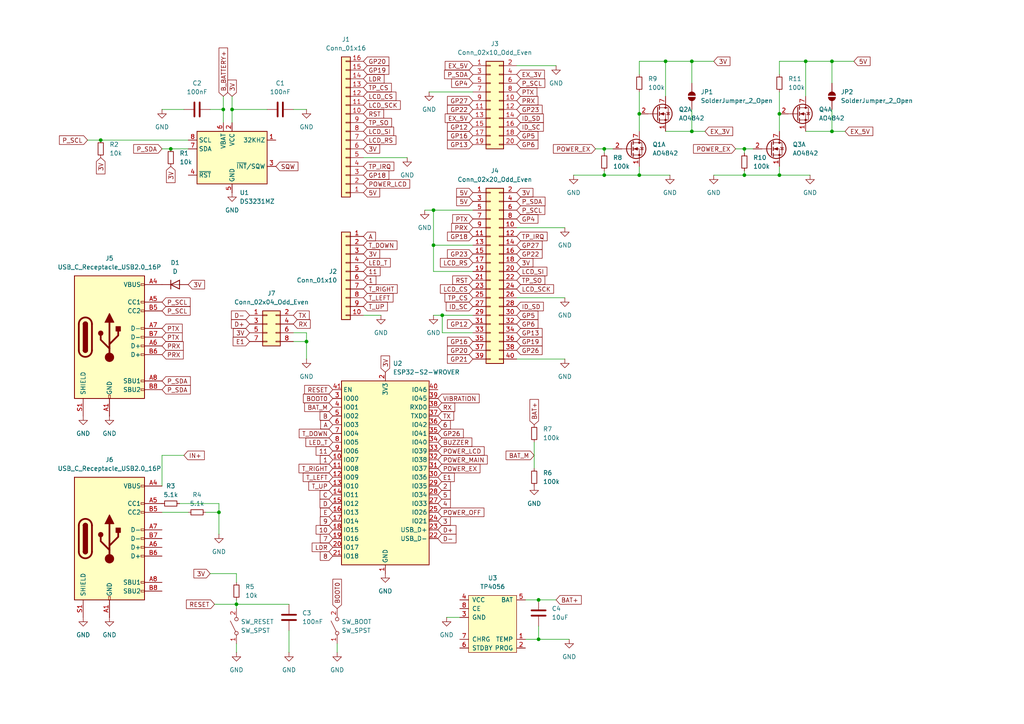
<source format=kicad_sch>
(kicad_sch (version 20231120) (generator "eeschema") (generator_version "8.0")
  (paper "A4")
  (junction (at 453.39 74.93))
  (junction (at 466.09 74.93))
  (junction (at 389.89 60.96))
  (junction (at 88.9 99.06))
  (junction (at 351.79 46.99))
  (junction (at 351.79 60.96))
  (junction (at 156.21 185.42))
  (junction (at 226.06 50.8))
  (junction (at 200.66 17.78))
  (junction (at 63.5 148.59))
  (junction (at 402.59 33.02))
  (junction (at 402.59 17.78))
  (junction (at 427.99 33.02))
  (junction (at 351.79 74.93))
  (junction (at 377.19 33.02))
  (junction (at 389.89 46.99))
  (junction (at 466.09 46.99))
  (junction (at 377.19 60.96))
  (junction (at 427.99 17.78))
  (junction (at 241.3 17.78))
  (junction (at 241.3 38.1))
  (junction (at 402.59 74.93))
  (junction (at 415.29 33.02))
  (junction (at 402.59 46.99))
  (junction (at 364.49 74.93))
  (junction (at 440.69 74.93))
  (junction (at 67.31 31.75))
  (junction (at 185.42 33.02))
  (junction (at 415.29 17.78))
  (junction (at 427.99 46.99))
  (junction (at 415.29 46.99))
  (junction (at 351.79 33.02))
  (junction (at 125.73 60.96))
  (junction (at 415.29 60.96))
  (junction (at 185.42 50.8))
  (junction (at 64.77 31.75))
  (junction (at 200.66 38.1))
  (junction (at 415.29 74.93))
  (junction (at 49.53 43.18))
  (junction (at 402.59 60.96))
  (junction (at 440.69 60.96))
  (junction (at 440.69 46.99))
  (junction (at 156.21 173.99))
  (junction (at 364.49 46.99))
  (junction (at 215.9 43.18))
  (junction (at 466.09 60.96))
  (junction (at 233.68 17.78))
  (junction (at 364.49 33.02))
  (junction (at 193.04 17.78))
  (junction (at 389.89 17.78))
  (junction (at 453.39 17.78))
  (junction (at 453.39 46.99))
  (junction (at 466.09 33.02))
  (junction (at 453.39 33.02))
  (junction (at 125.73 71.12))
  (junction (at 226.06 33.02))
  (junction (at 453.39 60.96))
  (junction (at 128.27 91.44))
  (junction (at 175.26 50.8))
  (junction (at 377.19 46.99))
  (junction (at 389.89 33.02))
  (junction (at 440.69 17.78))
  (junction (at 377.19 74.93))
  (junction (at 364.49 60.96))
  (junction (at 389.89 74.93))
  (junction (at 175.26 43.18))
  (junction (at 215.9 50.8))
  (junction (at 29.21 40.64))
  (junction (at 364.49 17.78))
  (junction (at 68.58 175.26))
  (junction (at 440.69 33.02))
  (junction (at 427.99 60.96))
  (junction (at 427.99 74.93))
  (junction (at 377.19 17.78))
  (wire (pts (xy 46.99 148.59) (xy 54.61 148.59)))
  (wire (pts (xy 156.21 173.99) (xy 161.29 173.99)))
  (wire (pts (xy 241.3 31.75) (xy 241.3 38.1)))
  (wire (pts (xy 226.06 26.67) (xy 226.06 33.02)))
  (wire (pts (xy 377.19 33.02) (xy 389.89 33.02)))
  (wire (pts (xy 200.66 17.78) (xy 200.66 24.13)))
  (wire (pts (xy 389.89 17.78) (xy 402.59 17.78)))
  (wire (pts (xy 215.9 43.18) (xy 218.44 43.18)))
  (wire (pts (xy 226.06 50.8) (xy 234.95 50.8)))
  (wire (pts (xy 60.96 31.75) (xy 64.77 31.75)))
  (wire (pts (xy 364.49 60.96) (xy 377.19 60.96)))
  (wire (pts (xy 453.39 60.96) (xy 466.09 60.96)))
  (wire (pts (xy 351.79 46.99) (xy 364.49 46.99)))
  (wire (pts (xy 377.19 17.78) (xy 389.89 17.78)))
  (wire (pts (xy 459.74 6.35) (xy 459.74 85.09)))
  (wire (pts (xy 415.29 46.99) (xy 427.99 46.99)))
  (wire (pts (xy 85.09 96.52) (xy 88.9 96.52)))
  (wire (pts (xy 85.09 99.06) (xy 88.9 99.06)))
  (wire (pts (xy 175.26 43.18) (xy 175.26 44.45)))
  (wire (pts (xy 215.9 49.53) (xy 215.9 50.8)))
  (wire (pts (xy 97.79 186.69) (xy 97.79 189.23)))
  (wire (pts (xy 440.69 46.99) (xy 453.39 46.99)))
  (wire (pts (xy 226.06 17.78) (xy 233.68 17.78)))
  (wire (pts (xy 200.66 17.78) (xy 207.01 17.78)))
  (wire (pts (xy 149.86 66.04) (xy 163.83 66.04)))
  (wire (pts (xy 427.99 60.96) (xy 440.69 60.96)))
  (wire (pts (xy 105.41 91.44) (xy 110.49 91.44)))
  (wire (pts (xy 49.53 43.18) (xy 54.61 43.18)))
  (wire (pts (xy 339.09 60.96) (xy 351.79 60.96)))
  (wire (pts (xy 233.68 17.78) (xy 233.68 27.94)))
  (wire (pts (xy 339.09 74.93) (xy 351.79 74.93)))
  (wire (pts (xy 60.96 166.37) (xy 68.58 166.37)))
  (wire (pts (xy 402.59 85.09) (xy 408.94 85.09)))
  (wire (pts (xy 402.59 60.96) (xy 415.29 60.96)))
  (wire (pts (xy 68.58 186.69) (xy 68.58 189.23)))
  (wire (pts (xy 408.94 6.35) (xy 408.94 85.09)))
  (wire (pts (xy 364.49 85.09) (xy 370.84 85.09)))
  (wire (pts (xy 185.42 26.67) (xy 185.42 33.02)))
  (wire (pts (xy 466.09 46.99) (xy 492.76 46.99)))
  (wire (pts (xy 172.72 43.18) (xy 175.26 43.18)))
  (wire (pts (xy 62.23 175.26) (xy 68.58 175.26)))
  (wire (pts (xy 427.99 33.02) (xy 440.69 33.02)))
  (wire (pts (xy 466.09 33.02) (xy 492.76 33.02)))
  (wire (pts (xy 472.44 6.35) (xy 472.44 85.09)))
  (wire (pts (xy 124.46 26.67) (xy 137.16 26.67)))
  (wire (pts (xy 466.09 74.93) (xy 492.76 74.93)))
  (wire (pts (xy 175.26 50.8) (xy 185.42 50.8)))
  (wire (pts (xy 440.69 74.93) (xy 453.39 74.93)))
  (wire (pts (xy 185.42 50.8) (xy 194.31 50.8)))
  (wire (pts (xy 453.39 17.78) (xy 492.76 17.78)))
  (wire (pts (xy 402.59 74.93) (xy 415.29 74.93)))
  (wire (pts (xy 125.73 71.12) (xy 125.73 60.96)))
  (wire (pts (xy 453.39 33.02) (xy 466.09 33.02)))
  (wire (pts (xy 351.79 17.78) (xy 364.49 17.78)))
  (wire (pts (xy 175.26 43.18) (xy 177.8 43.18)))
  (wire (pts (xy 185.42 33.02) (xy 185.42 38.1)))
  (wire (pts (xy 64.77 27.94) (xy 64.77 31.75)))
  (wire (pts (xy 53.34 132.08) (xy 46.99 132.08)))
  (wire (pts (xy 339.09 46.99) (xy 351.79 46.99)))
  (wire (pts (xy 193.04 17.78) (xy 200.66 17.78)))
  (wire (pts (xy 389.89 74.93) (xy 402.59 74.93)))
  (wire (pts (xy 345.44 6.35) (xy 345.44 85.09)))
  (wire (pts (xy 67.31 31.75) (xy 67.31 35.56)))
  (wire (pts (xy 377.19 46.99) (xy 389.89 46.99)))
  (wire (pts (xy 85.09 31.75) (xy 88.9 31.75)))
  (wire (pts (xy 453.39 85.09) (xy 459.74 85.09)))
  (wire (pts (xy 339.09 85.09) (xy 345.44 85.09)))
  (wire (pts (xy 466.09 60.96) (xy 492.76 60.96)))
  (wire (pts (xy 427.99 17.78) (xy 440.69 17.78)))
  (wire (pts (xy 149.86 86.36) (xy 163.83 86.36)))
  (wire (pts (xy 185.42 50.8) (xy 185.42 48.26)))
  (wire (pts (xy 88.9 99.06) (xy 88.9 104.14)))
  (wire (pts (xy 149.86 104.14) (xy 163.83 104.14)))
  (wire (pts (xy 377.19 60.96) (xy 389.89 60.96)))
  (wire (pts (xy 52.07 146.05) (xy 63.5 146.05)))
  (wire (pts (xy 68.58 175.26) (xy 68.58 176.53)))
  (wire (pts (xy 421.64 6.35) (xy 421.64 85.09)))
  (wire (pts (xy 447.04 6.35) (xy 447.04 85.09)))
  (wire (pts (xy 154.94 128.27) (xy 154.94 135.89)))
  (wire (pts (xy 125.73 91.44) (xy 128.27 91.44)))
  (wire (pts (xy 440.69 33.02) (xy 453.39 33.02)))
  (wire (pts (xy 185.42 17.78) (xy 193.04 17.78)))
  (wire (pts (xy 241.3 38.1) (xy 245.11 38.1)))
  (wire (pts (xy 185.42 21.59) (xy 185.42 17.78)))
  (wire (pts (xy 149.86 19.05) (xy 161.29 19.05)))
  (wire (pts (xy 351.79 85.09) (xy 356.87 85.09)))
  (wire (pts (xy 351.79 33.02) (xy 364.49 33.02)))
  (wire (pts (xy 68.58 173.99) (xy 68.58 175.26)))
  (wire (pts (xy 29.21 40.64) (xy 54.61 40.64)))
  (wire (pts (xy 440.69 60.96) (xy 453.39 60.96)))
  (wire (pts (xy 241.3 17.78) (xy 241.3 24.13)))
  (wire (pts (xy 434.34 6.35) (xy 434.34 85.09)))
  (wire (pts (xy 67.31 27.94) (xy 67.31 31.75)))
  (wire (pts (xy 226.06 33.02) (xy 226.06 38.1)))
  (wire (pts (xy 339.09 33.02) (xy 351.79 33.02)))
  (wire (pts (xy 466.09 85.09) (xy 472.44 85.09)))
  (wire (pts (xy 415.29 85.09) (xy 421.64 85.09)))
  (wire (pts (xy 415.29 74.93) (xy 427.99 74.93)))
  (wire (pts (xy 364.49 17.78) (xy 377.19 17.78)))
  (wire (pts (xy 46.99 31.75) (xy 53.34 31.75)))
  (wire (pts (xy 152.4 173.99) (xy 156.21 173.99)))
  (wire (pts (xy 200.66 31.75) (xy 200.66 38.1)))
  (wire (pts (xy 377.19 74.93) (xy 389.89 74.93)))
  (wire (pts (xy 63.5 146.05) (xy 63.5 148.59)))
  (wire (pts (xy 351.79 60.96) (xy 364.49 60.96)))
  (wire (pts (xy 156.21 181.61) (xy 156.21 185.42)))
  (wire (pts (xy 175.26 49.53) (xy 175.26 50.8)))
  (wire (pts (xy 364.49 74.93) (xy 377.19 74.93)))
  (wire (pts (xy 156.21 185.42) (xy 165.1 185.42)))
  (wire (pts (xy 415.29 17.78) (xy 427.99 17.78)))
  (wire (pts (xy 128.27 91.44) (xy 137.16 91.44)))
  (wire (pts (xy 128.27 96.52) (xy 128.27 91.44)))
  (wire (pts (xy 125.73 60.96) (xy 137.16 60.96)))
  (wire (pts (xy 137.16 78.74) (xy 125.73 78.74)))
  (wire (pts (xy 356.87 6.35) (xy 356.87 85.09)))
  (wire (pts (xy 152.4 185.42) (xy 156.21 185.42)))
  (wire (pts (xy 415.29 33.02) (xy 427.99 33.02)))
  (wire (pts (xy 453.39 46.99) (xy 466.09 46.99)))
  (wire (pts (xy 123.19 60.96) (xy 125.73 60.96)))
  (wire (pts (xy 129.54 179.07) (xy 133.35 179.07)))
  (wire (pts (xy 383.54 6.35) (xy 383.54 85.09)))
  (wire (pts (xy 88.9 96.52) (xy 88.9 99.06)))
  (wire (pts (xy 215.9 50.8) (xy 226.06 50.8)))
  (wire (pts (xy 137.16 71.12) (xy 125.73 71.12)))
  (wire (pts (xy 46.99 43.18) (xy 49.53 43.18)))
  (wire (pts (xy 207.01 50.8) (xy 215.9 50.8)))
  (wire (pts (xy 105.41 45.72) (xy 118.11 45.72)))
  (wire (pts (xy 389.89 60.96) (xy 402.59 60.96)))
  (wire (pts (xy 213.36 43.18) (xy 215.9 43.18)))
  (wire (pts (xy 402.59 17.78) (xy 415.29 17.78)))
  (wire (pts (xy 226.06 50.8) (xy 226.06 48.26)))
  (wire (pts (xy 226.06 21.59) (xy 226.06 17.78)))
  (wire (pts (xy 46.99 132.08) (xy 46.99 140.97)))
  (wire (pts (xy 389.89 46.99) (xy 402.59 46.99)))
  (wire (pts (xy 68.58 166.37) (xy 68.58 168.91)))
  (wire (pts (xy 370.84 6.35) (xy 370.84 85.09)))
  (wire (pts (xy 364.49 33.02) (xy 377.19 33.02)))
  (wire (pts (xy 377.19 85.09) (xy 383.54 85.09)))
  (wire (pts (xy 137.16 96.52) (xy 128.27 96.52)))
  (wire (pts (xy 193.04 38.1) (xy 200.66 38.1)))
  (wire (pts (xy 215.9 43.18) (xy 215.9 44.45)))
  (wire (pts (xy 364.49 46.99) (xy 377.19 46.99)))
  (wire (pts (xy 64.77 31.75) (xy 64.77 35.56)))
  (wire (pts (xy 83.82 182.88) (xy 83.82 189.23)))
  (wire (pts (xy 402.59 46.99) (xy 415.29 46.99)))
  (wire (pts (xy 351.79 74.93) (xy 364.49 74.93)))
  (wire (pts (xy 396.24 6.35) (xy 396.24 85.09)))
  (wire (pts (xy 415.29 60.96) (xy 427.99 60.96)))
  (wire (pts (xy 233.68 38.1) (xy 241.3 38.1)))
  (wire (pts (xy 193.04 17.78) (xy 193.04 27.94)))
  (wire (pts (xy 241.3 17.78) (xy 247.65 17.78)))
  (wire (pts (xy 389.89 33.02) (xy 402.59 33.02)))
  (wire (pts (xy 67.31 31.75) (xy 77.47 31.75)))
  (wire (pts (xy 402.59 33.02) (xy 415.29 33.02)))
  (wire (pts (xy 427.99 85.09) (xy 434.34 85.09)))
  (wire (pts (xy 440.69 85.09) (xy 447.04 85.09)))
  (wire (pts (xy 25.4 40.64) (xy 29.21 40.64)))
  (wire (pts (xy 427.99 46.99) (xy 440.69 46.99)))
  (wire (pts (xy 440.69 17.78) (xy 453.39 17.78)))
  (wire (pts (xy 59.69 148.59) (xy 63.5 148.59)))
  (wire (pts (xy 200.66 38.1) (xy 204.47 38.1)))
  (wire (pts (xy 125.73 78.74) (xy 125.73 71.12)))
  (wire (pts (xy 389.89 85.09) (xy 396.24 85.09)))
  (wire (pts (xy 68.58 175.26) (xy 83.82 175.26)))
  (wire (pts (xy 427.99 74.93) (xy 440.69 74.93)))
  (wire (pts (xy 166.37 50.8) (xy 175.26 50.8)))
  (wire (pts (xy 453.39 74.93) (xy 466.09 74.93)))
  (wire (pts (xy 233.68 17.78) (xy 241.3 17.78)))
  (wire (pts (xy 63.5 148.59) (xy 63.5 154.94)))
  (global_label "4" (shape input) (at 383.54 6.35 90) (property "Intersheetrefs" "${INTERSHEET_REFS}" (effects (hide yes))))
  (global_label "LCD_CS" (shape input) (at 137.16 83.82 180) (property "Intersheetrefs" "${INTERSHEET_REFS}" (effects (hide yes))))
  (global_label "PTX" (shape input) (at 149.86 26.67 0) (property "Intersheetrefs" "${INTERSHEET_REFS}" (effects (hide yes))))
  (global_label "3V" (shape input) (at 49.53 48.26 270) (property "Intersheetrefs" "${INTERSHEET_REFS}" (effects (hide yes))))
  (global_label "BAT_M" (shape input) (at 96.52 118.11 180) (property "Intersheetrefs" "${INTERSHEET_REFS}" (effects (hide yes))))
  (global_label "P_SDA" (shape input) (at 137.16 21.59 180) (property "Intersheetrefs" "${INTERSHEET_REFS}" (effects (hide yes))))
  (global_label "IN+" (shape input) (at 53.34 132.08 0) (property "Intersheetrefs" "${INTERSHEET_REFS}" (effects (hide yes))))
  (global_label "7" (shape input) (at 96.52 156.21 180) (property "Intersheetrefs" "${INTERSHEET_REFS}" (effects (hide yes))))
  (global_label "9" (shape input) (at 96.52 151.13 180) (property "Intersheetrefs" "${INTERSHEET_REFS}" (effects (hide yes))))
  (global_label "GP12" (shape input) (at 137.16 36.83 180) (property "Intersheetrefs" "${INTERSHEET_REFS}" (effects (hide yes))))
  (global_label "B_BATTERY+" (shape input) (at 64.77 27.94 90) (property "Intersheetrefs" "${INTERSHEET_REFS}" (effects (hide yes))))
  (global_label "T_UP" (shape input) (at 105.41 88.9 0) (property "Intersheetrefs" "${INTERSHEET_REFS}" (effects (hide yes))))
  (global_label "T_RIGHT" (shape input) (at 96.52 135.89 180) (property "Intersheetrefs" "${INTERSHEET_REFS}" (effects (hide yes))))
  (global_label "EX_5V" (shape input) (at 245.11 38.1 0) (property "Intersheetrefs" "${INTERSHEET_REFS}" (effects (hide yes))))
  (global_label "P_SDA" (shape input) (at 46.99 110.49 0) (property "Intersheetrefs" "${INTERSHEET_REFS}" (effects (hide yes))))
  (global_label "T_LEFT" (shape input) (at 96.52 138.43 180) (property "Intersheetrefs" "${INTERSHEET_REFS}" (effects (hide yes))))
  (global_label "ID_SC" (shape input) (at 149.86 36.83 0) (property "Intersheetrefs" "${INTERSHEET_REFS}" (effects (hide yes))))
  (global_label "GP26" (shape input) (at 127 125.73 0) (property "Intersheetrefs" "${INTERSHEET_REFS}" (effects (hide yes))))
  (global_label "GP16" (shape input) (at 137.16 99.06 180) (property "Intersheetrefs" "${INTERSHEET_REFS}" (effects (hide yes))))
  (global_label "BAT+" (shape input) (at 154.94 123.19 90) (property "Intersheetrefs" "${INTERSHEET_REFS}" (effects (hide yes))))
  (global_label "POWER_LCD" (shape input) (at 105.41 53.34 0) (property "Intersheetrefs" "${INTERSHEET_REFS}" (effects (hide yes))))
  (global_label "P_SCL" (shape input) (at 46.99 87.63 0) (property "Intersheetrefs" "${INTERSHEET_REFS}" (effects (hide yes))))
  (global_label "P_SDA" (shape input) (at 46.99 43.18 180) (property "Intersheetrefs" "${INTERSHEET_REFS}" (effects (hide yes))))
  (global_label "5V" (shape input) (at 105.41 55.88 0) (property "Intersheetrefs" "${INTERSHEET_REFS}" (effects (hide yes))))
  (global_label "B" (shape input) (at 96.52 120.65 180) (property "Intersheetrefs" "${INTERSHEET_REFS}" (effects (hide yes))))
  (global_label "D+" (shape input) (at 72.39 93.98 180) (property "Intersheetrefs" "${INTERSHEET_REFS}" (effects (hide yes))))
  (global_label "GP20" (shape input) (at 105.41 17.78 0) (property "Intersheetrefs" "${INTERSHEET_REFS}" (effects (hide yes))))
  (global_label "LCD_SI" (shape input) (at 105.41 38.1 0) (property "Intersheetrefs" "${INTERSHEET_REFS}" (effects (hide yes))))
  (global_label "2" (shape input) (at 127 140.97 0) (property "Intersheetrefs" "${INTERSHEET_REFS}" (effects (hide yes))))
  (global_label "7" (shape input) (at 421.64 6.35 90) (property "Intersheetrefs" "${INTERSHEET_REFS}" (effects (hide yes))))
  (global_label "VIBRATION" (shape input) (at 127 115.57 0) (property "Intersheetrefs" "${INTERSHEET_REFS}" (effects (hide yes))))
  (global_label "POWER_OFF" (shape input) (at 127 148.59 0) (property "Intersheetrefs" "${INTERSHEET_REFS}" (effects (hide yes))))
  (global_label "POWER_EX" (shape input) (at 213.36 43.18 180) (property "Intersheetrefs" "${INTERSHEET_REFS}" (effects (hide yes))))
  (global_label "GP18" (shape input) (at 105.41 50.8 0) (property "Intersheetrefs" "${INTERSHEET_REFS}" (effects (hide yes))))
  (global_label "11" (shape input) (at 472.44 6.35 90) (property "Intersheetrefs" "${INTERSHEET_REFS}" (effects (hide yes))))
  (global_label "GP19" (shape input) (at 105.41 20.32 0) (property "Intersheetrefs" "${INTERSHEET_REFS}" (effects (hide yes))))
  (global_label "2" (shape input) (at 356.87 6.35 90) (property "Intersheetrefs" "${INTERSHEET_REFS}" (effects (hide yes))))
  (global_label "9" (shape input) (at 447.04 6.35 90) (property "Intersheetrefs" "${INTERSHEET_REFS}" (effects (hide yes))))
  (global_label "RST" (shape input) (at 137.16 81.28 180) (property "Intersheetrefs" "${INTERSHEET_REFS}" (effects (hide yes))))
  (global_label "D" (shape input) (at 96.52 146.05 180) (property "Intersheetrefs" "${INTERSHEET_REFS}" (effects (hide yes))))
  (global_label "T_UP" (shape input) (at 96.52 140.97 180) (property "Intersheetrefs" "${INTERSHEET_REFS}" (effects (hide yes))))
  (global_label "BUZZER" (shape input) (at 127 128.27 0) (property "Intersheetrefs" "${INTERSHEET_REFS}" (effects (hide yes))))
  (global_label "5V" (shape input) (at 247.65 17.78 0) (property "Intersheetrefs" "${INTERSHEET_REFS}" (effects (hide yes))))
  (global_label "8" (shape input) (at 96.52 161.29 180) (property "Intersheetrefs" "${INTERSHEET_REFS}" (effects (hide yes))))
  (global_label "RST" (shape input) (at 105.41 33.02 0) (property "Intersheetrefs" "${INTERSHEET_REFS}" (effects (hide yes))))
  (global_label "LDR" (shape input) (at 105.41 22.86 0) (property "Intersheetrefs" "${INTERSHEET_REFS}" (effects (hide yes))))
  (global_label "D+" (shape input) (at 127 153.67 0) (property "Intersheetrefs" "${INTERSHEET_REFS}" (effects (hide yes))))
  (global_label "EX_5V" (shape input) (at 137.16 19.05 180) (property "Intersheetrefs" "${INTERSHEET_REFS}" (effects (hide yes))))
  (global_label "D-" (shape input) (at 72.39 91.44 180) (property "Intersheetrefs" "${INTERSHEET_REFS}" (effects (hide yes))))
  (global_label "11" (shape input) (at 96.52 130.81 180) (property "Intersheetrefs" "${INTERSHEET_REFS}" (effects (hide yes))))
  (global_label "3" (shape input) (at 370.84 6.35 90) (property "Intersheetrefs" "${INTERSHEET_REFS}" (effects (hide yes))))
  (global_label "GP23" (shape input) (at 149.86 31.75 0) (property "Intersheetrefs" "${INTERSHEET_REFS}" (effects (hide yes))))
  (global_label "PRX" (shape input) (at 46.99 100.33 0) (property "Intersheetrefs" "${INTERSHEET_REFS}" (effects (hide yes))))
  (global_label "RESET" (shape input) (at 96.52 113.03 180) (property "Intersheetrefs" "${INTERSHEET_REFS}" (effects (hide yes))))
  (global_label "C" (shape input) (at 96.52 143.51 180) (property "Intersheetrefs" "${INTERSHEET_REFS}" (effects (hide yes))))
  (global_label "GP18" (shape input) (at 137.16 68.58 180) (property "Intersheetrefs" "${INTERSHEET_REFS}" (effects (hide yes))))
  (global_label "B" (shape input) (at 492.76 33.02 0) (property "Intersheetrefs" "${INTERSHEET_REFS}" (effects (hide yes))))
  (global_label "P_SCL" (shape input) (at 149.86 60.96 0) (property "Intersheetrefs" "${INTERSHEET_REFS}" (effects (hide yes))))
  (global_label "3" (shape input) (at 127 151.13 0) (property "Intersheetrefs" "${INTERSHEET_REFS}" (effects (hide yes))))
  (global_label "4" (shape input) (at 127 146.05 0) (property "Intersheetrefs" "${INTERSHEET_REFS}" (effects (hide yes))))
  (global_label "GP12" (shape input) (at 137.16 93.98 180) (property "Intersheetrefs" "${INTERSHEET_REFS}" (effects (hide yes))))
  (global_label "BOOT0" (shape input) (at 96.52 115.57 180) (property "Intersheetrefs" "${INTERSHEET_REFS}" (effects (hide yes))))
  (global_label "TX" (shape input) (at 127 120.65 0) (property "Intersheetrefs" "${INTERSHEET_REFS}" (effects (hide yes))))
  (global_label "T_RIGHT" (shape input) (at 105.41 83.82 0) (property "Intersheetrefs" "${INTERSHEET_REFS}" (effects (hide yes))))
  (global_label "PRX" (shape input) (at 137.16 66.04 180) (property "Intersheetrefs" "${INTERSHEET_REFS}" (effects (hide yes))))
  (global_label "3V" (shape input) (at 105.41 73.66 0) (property "Intersheetrefs" "${INTERSHEET_REFS}" (effects (hide yes))))
  (global_label "11" (shape input) (at 105.41 78.74 0) (property "Intersheetrefs" "${INTERSHEET_REFS}" (effects (hide yes))))
  (global_label "T_LEFT" (shape input) (at 105.41 86.36 0) (property "Intersheetrefs" "${INTERSHEET_REFS}" (effects (hide yes))))
  (global_label "1" (shape input) (at 345.44 6.35 90) (property "Intersheetrefs" "${INTERSHEET_REFS}" (effects (hide yes))))
  (global_label "BOOT0" (shape input) (at 97.79 176.53 90) (property "Intersheetrefs" "${INTERSHEET_REFS}" (effects (hide yes))))
  (global_label "GP20" (shape input) (at 137.16 101.6 180) (property "Intersheetrefs" "${INTERSHEET_REFS}" (effects (hide yes))))
  (global_label "1" (shape input) (at 105.41 81.28 0) (property "Intersheetrefs" "${INTERSHEET_REFS}" (effects (hide yes))))
  (global_label "LCD_CS" (shape input) (at 105.41 27.94 0) (property "Intersheetrefs" "${INTERSHEET_REFS}" (effects (hide yes))))
  (global_label "LCD_SCK" (shape input) (at 105.41 30.48 0) (property "Intersheetrefs" "${INTERSHEET_REFS}" (effects (hide yes))))
  (global_label "C" (shape input) (at 492.76 46.99 0) (property "Intersheetrefs" "${INTERSHEET_REFS}" (effects (hide yes))))
  (global_label "P_SCL" (shape input) (at 25.4 40.64 180) (property "Intersheetrefs" "${INTERSHEET_REFS}" (effects (hide yes))))
  (global_label "TP_SO" (shape input) (at 105.41 35.56 0) (property "Intersheetrefs" "${INTERSHEET_REFS}" (effects (hide yes))))
  (global_label "GP27" (shape input) (at 137.16 29.21 180) (property "Intersheetrefs" "${INTERSHEET_REFS}" (effects (hide yes))))
  (global_label "LCD_RS" (shape input) (at 137.16 76.2 180) (property "Intersheetrefs" "${INTERSHEET_REFS}" (effects (hide yes))))
  (global_label "1" (shape input) (at 96.52 133.35 180) (property "Intersheetrefs" "${INTERSHEET_REFS}" (effects (hide yes))))
  (global_label "P_SDA" (shape input) (at 149.86 58.42 0) (property "Intersheetrefs" "${INTERSHEET_REFS}" (effects (hide yes))))
  (global_label "6" (shape input) (at 408.94 6.35 90) (property "Intersheetrefs" "${INTERSHEET_REFS}" (effects (hide yes))))
  (global_label "T_DOWN" (shape input) (at 96.52 125.73 180) (property "Intersheetrefs" "${INTERSHEET_REFS}" (effects (hide yes))))
  (global_label "TX" (shape input) (at 85.09 91.44 0) (property "Intersheetrefs" "${INTERSHEET_REFS}" (effects (hide yes))))
  (global_label "D" (shape input) (at 492.76 60.96 0) (property "Intersheetrefs" "${INTERSHEET_REFS}" (effects (hide yes))))
  (global_label "ID_SD" (shape input) (at 149.86 88.9 0) (property "Intersheetrefs" "${INTERSHEET_REFS}" (effects (hide yes))))
  (global_label "6" (shape input) (at 127 123.19 0) (property "Intersheetrefs" "${INTERSHEET_REFS}" (effects (hide yes))))
  (global_label "E" (shape input) (at 492.76 74.93 0) (property "Intersheetrefs" "${INTERSHEET_REFS}" (effects (hide yes))))
  (global_label "3V" (shape input) (at 67.31 27.94 90) (property "Intersheetrefs" "${INTERSHEET_REFS}" (effects (hide yes))))
  (global_label "3V" (shape input) (at 105.41 43.18 0) (property "Intersheetrefs" "${INTERSHEET_REFS}" (effects (hide yes))))
  (global_label "GP13" (shape input) (at 149.86 96.52 0) (property "Intersheetrefs" "${INTERSHEET_REFS}" (effects (hide yes))))
  (global_label "PTX" (shape input) (at 137.16 63.5 180) (property "Intersheetrefs" "${INTERSHEET_REFS}" (effects (hide yes))))
  (global_label "A" (shape input) (at 96.52 123.19 180) (property "Intersheetrefs" "${INTERSHEET_REFS}" (effects (hide yes))))
  (global_label "GP22" (shape input) (at 149.86 73.66 0) (property "Intersheetrefs" "${INTERSHEET_REFS}" (effects (hide yes))))
  (global_label "D-" (shape input) (at 127 156.21 0) (property "Intersheetrefs" "${INTERSHEET_REFS}" (effects (hide yes))))
  (global_label "P_SCL" (shape input) (at 149.86 24.13 0) (property "Intersheetrefs" "${INTERSHEET_REFS}" (effects (hide yes))))
  (global_label "3V" (shape input) (at 111.76 107.95 90) (property "Intersheetrefs" "${INTERSHEET_REFS}" (effects (hide yes))))
  (global_label "GP6" (shape input) (at 149.86 93.98 0) (property "Intersheetrefs" "${INTERSHEET_REFS}" (effects (hide yes))))
  (global_label "5" (shape input) (at 396.24 6.35 90) (property "Intersheetrefs" "${INTERSHEET_REFS}" (effects (hide yes))))
  (global_label "E" (shape input) (at 96.52 148.59 180) (property "Intersheetrefs" "${INTERSHEET_REFS}" (effects (hide yes))))
  (global_label "SQW" (shape input) (at 80.01 48.26 0) (property "Intersheetrefs" "${INTERSHEET_REFS}" (effects (hide yes))))
  (global_label "10" (shape input) (at 96.52 153.67 180) (property "Intersheetrefs" "${INTERSHEET_REFS}" (effects (hide yes))))
  (global_label "RESET" (shape input) (at 62.23 175.26 180) (property "Intersheetrefs" "${INTERSHEET_REFS}" (effects (hide yes))))
  (global_label "5V" (shape input) (at 137.16 58.42 180) (property "Intersheetrefs" "${INTERSHEET_REFS}" (effects (hide yes))))
  (global_label "GP23" (shape input) (at 137.16 73.66 180) (property "Intersheetrefs" "${INTERSHEET_REFS}" (effects (hide yes))))
  (global_label "PRX" (shape input) (at 46.99 102.87 0) (property "Intersheetrefs" "${INTERSHEET_REFS}" (effects (hide yes))))
  (global_label "PTX" (shape input) (at 46.99 95.25 0) (property "Intersheetrefs" "${INTERSHEET_REFS}" (effects (hide yes))))
  (global_label "EX_3V" (shape input) (at 149.86 21.59 0) (property "Intersheetrefs" "${INTERSHEET_REFS}" (effects (hide yes))))
  (global_label "GP19" (shape input) (at 149.86 99.06 0) (property "Intersheetrefs" "${INTERSHEET_REFS}" (effects (hide yes))))
  (global_label "LED_T" (shape input) (at 105.41 76.2 0) (property "Intersheetrefs" "${INTERSHEET_REFS}" (effects (hide yes))))
  (global_label "GP4" (shape input) (at 137.16 24.13 180) (property "Intersheetrefs" "${INTERSHEET_REFS}" (effects (hide yes))))
  (global_label "A" (shape input) (at 105.41 68.58 0) (property "Intersheetrefs" "${INTERSHEET_REFS}" (effects (hide yes))))
  (global_label "LDR" (shape input) (at 96.52 158.75 180) (property "Intersheetrefs" "${INTERSHEET_REFS}" (effects (hide yes))))
  (global_label "TP_IRQ" (shape input) (at 105.41 48.26 0) (property "Intersheetrefs" "${INTERSHEET_REFS}" (effects (hide yes))))
  (global_label "TP_SO" (shape input) (at 149.86 81.28 0) (property "Intersheetrefs" "${INTERSHEET_REFS}" (effects (hide yes))))
  (global_label "POWER_EX" (shape input) (at 172.72 43.18 180) (property "Intersheetrefs" "${INTERSHEET_REFS}" (effects (hide yes))))
  (global_label "EX_5V" (shape input) (at 137.16 34.29 180) (property "Intersheetrefs" "${INTERSHEET_REFS}" (effects (hide yes))))
  (global_label "GP13" (shape input) (at 137.16 41.91 180) (property "Intersheetrefs" "${INTERSHEET_REFS}" (effects (hide yes))))
  (global_label "GP27" (shape input) (at 149.86 71.12 0) (property "Intersheetrefs" "${INTERSHEET_REFS}" (effects (hide yes))))
  (global_label "RX" (shape input) (at 85.09 93.98 0) (property "Intersheetrefs" "${INTERSHEET_REFS}" (effects (hide yes))))
  (global_label "LED_T" (shape input) (at 96.52 128.27 180) (property "Intersheetrefs" "${INTERSHEET_REFS}" (effects (hide yes))))
  (global_label "POWER_MAIN" (shape input) (at 127 133.35 0) (property "Intersheetrefs" "${INTERSHEET_REFS}" (effects (hide yes))))
  (global_label "EX_3V" (shape input) (at 204.47 38.1 0) (property "Intersheetrefs" "${INTERSHEET_REFS}" (effects (hide yes))))
  (global_label "LCD_SCK" (shape input) (at 149.86 83.82 0) (property "Intersheetrefs" "${INTERSHEET_REFS}" (effects (hide yes))))
  (global_label "3V" (shape input) (at 29.21 45.72 270) (property "Intersheetrefs" "${INTERSHEET_REFS}" (effects (hide yes))))
  (global_label "GP26" (shape input) (at 149.86 101.6 0) (property "Intersheetrefs" "${INTERSHEET_REFS}" (effects (hide yes))))
  (global_label "GP5" (shape input) (at 149.86 39.37 0) (property "Intersheetrefs" "${INTERSHEET_REFS}" (effects (hide yes))))
  (global_label "A" (shape input) (at 492.76 17.78 0) (property "Intersheetrefs" "${INTERSHEET_REFS}" (effects (hide yes))))
  (global_label "8" (shape input) (at 434.34 6.35 90) (property "Intersheetrefs" "${INTERSHEET_REFS}" (effects (hide yes))))
  (global_label "PTX" (shape input) (at 46.99 97.79 0) (property "Intersheetrefs" "${INTERSHEET_REFS}" (effects (hide yes))))
  (global_label "TP_CS" (shape input) (at 137.16 86.36 180) (property "Intersheetrefs" "${INTERSHEET_REFS}" (effects (hide yes))))
  (global_label "LCD_RS" (shape input) (at 105.41 40.64 0) (property "Intersheetrefs" "${INTERSHEET_REFS}" (effects (hide yes))))
  (global_label "5V" (shape input) (at 137.16 55.88 180) (property "Intersheetrefs" "${INTERSHEET_REFS}" (effects (hide yes))))
  (global_label "BAT_M" (shape input) (at 154.94 132.08 180) (property "Intersheetrefs" "${INTERSHEET_REFS}" (effects (hide yes))))
  (global_label "3V" (shape input) (at 149.86 55.88 0) (property "Intersheetrefs" "${INTERSHEET_REFS}" (effects (hide yes))))
  (global_label "TP_IRQ" (shape input) (at 149.86 68.58 0) (property "Intersheetrefs" "${INTERSHEET_REFS}" (effects (hide yes))))
  (global_label "PRX" (shape input) (at 149.86 29.21 0) (property "Intersheetrefs" "${INTERSHEET_REFS}" (effects (hide yes))))
  (global_label "GP6" (shape input) (at 149.86 41.91 0) (property "Intersheetrefs" "${INTERSHEET_REFS}" (effects (hide yes))))
  (global_label "POWER_LCD" (shape input) (at 127 130.81 0) (property "Intersheetrefs" "${INTERSHEET_REFS}" (effects (hide yes))))
  (global_label "E1" (shape input) (at 127 138.43 0) (property "Intersheetrefs" "${INTERSHEET_REFS}" (effects (hide yes))))
  (global_label "P_SCL" (shape input) (at 46.99 90.17 0) (property "Intersheetrefs" "${INTERSHEET_REFS}" (effects (hide yes))))
  (global_label "TP_CS" (shape input) (at 105.41 25.4 0) (property "Intersheetrefs" "${INTERSHEET_REFS}" (effects (hide yes))))
  (global_label "3V" (shape input) (at 207.01 17.78 0) (property "Intersheetrefs" "${INTERSHEET_REFS}" (effects (hide yes))))
  (global_label "ID_SC" (shape input) (at 137.16 88.9 180) (property "Intersheetrefs" "${INTERSHEET_REFS}" (effects (hide yes))))
  (global_label "GP16" (shape input) (at 137.16 39.37 180) (property "Intersheetrefs" "${INTERSHEET_REFS}" (effects (hide yes))))
  (global_label "GP22" (shape input) (at 137.16 31.75 180) (property "Intersheetrefs" "${INTERSHEET_REFS}" (effects (hide yes))))
  (global_label "RX" (shape input) (at 127 118.11 0) (property "Intersheetrefs" "${INTERSHEET_REFS}" (effects (hide yes))))
  (global_label "P_SDA" (shape input) (at 46.99 113.03 0) (property "Intersheetrefs" "${INTERSHEET_REFS}" (effects (hide yes))))
  (global_label "5" (shape input) (at 127 143.51 0) (property "Intersheetrefs" "${INTERSHEET_REFS}" (effects (hide yes))))
  (global_label "GP4" (shape input) (at 149.86 63.5 0) (property "Intersheetrefs" "${INTERSHEET_REFS}" (effects (hide yes))))
  (global_label "BAT+" (shape input) (at 161.29 173.99 0) (property "Intersheetrefs" "${INTERSHEET_REFS}" (effects (hide yes))))
  (global_label "ID_SD" (shape input) (at 149.86 34.29 0) (property "Intersheetrefs" "${INTERSHEET_REFS}" (effects (hide yes))))
  (global_label "POWER_EX" (shape input) (at 127 135.89 0) (property "Intersheetrefs" "${INTERSHEET_REFS}" (effects (hide yes))))
  (global_label "GP21" (shape input) (at 137.16 104.14 180) (property "Intersheetrefs" "${INTERSHEET_REFS}" (effects (hide yes))))
  (global_label "E1" (shape input) (at 72.39 99.06 180) (property "Intersheetrefs" "${INTERSHEET_REFS}" (effects (hide yes))))
  (global_label "3V" (shape input) (at 54.61 82.55 0) (property "Intersheetrefs" "${INTERSHEET_REFS}" (effects (hide yes))))
  (global_label "3V" (shape input) (at 60.96 166.37 180) (property "Intersheetrefs" "${INTERSHEET_REFS}" (effects (hide yes))))
  (global_label "3V" (shape input) (at 72.39 96.52 180) (property "Intersheetrefs" "${INTERSHEET_REFS}" (effects (hide yes))))
  (global_label "T_DOWN" (shape input) (at 105.41 71.12 0) (property "Intersheetrefs" "${INTERSHEET_REFS}" (effects (hide yes))))
  (global_label "3V" (shape input) (at 149.86 76.2 0) (property "Intersheetrefs" "${INTERSHEET_REFS}" (effects (hide yes))))
  (global_label "LCD_SI" (shape input) (at 149.86 78.74 0) (property "Intersheetrefs" "${INTERSHEET_REFS}" (effects (hide yes))))
  (global_label "GP5" (shape input) (at 149.86 91.44 0) (property "Intersheetrefs" "${INTERSHEET_REFS}" (effects (hide yes))))
  (global_label "10" (shape input) (at 459.74 6.35 90) (property "Intersheetrefs" "${INTERSHEET_REFS}" (effects (hide yes))))
  (symbol (lib_id "Connector_Generic:Conn_01x16") (at 100.33 38.1 180) (unit 1)
    (property "Reference" "J1" (at 100.33 11.43 0))
    (property "Value" "Conn_01x16" (at 100.33 13.97 0))
    (property "Description" "Generic connector, single row, 01x16, script generated (kicad-library-utils/schlib/autogen/connector/)" (effects (hide yes)))
  )
  (symbol (lib_id "power:GND") (at 207.01 50.8 0) (unit 1)
    (property "Reference" "#PWR028" (effects (hide yes)))
    (property "Value" "GND" (at 207.01 55.88 0))
    (property "Description" "Power symbol creates a global label with name \"GND\" , ground" (effects (hide yes)))
  )
  (symbol (lib_id "Device:R_Small") (at 175.26 46.99 0) (unit 1)
    (property "Reference" "R8" (at 177.8 45.7199 0) (effects (justify left)))
    (property "Value" "100k" (at 177.8 48.2599 0) (effects (justify left)))
    (property "Footprint" "Resistor_SMD:R_1206_3216Metric" (effects (hide yes)))
    (property "Description" "Resistor, small symbol" (effects (hide yes)))
  )
  (symbol (lib_id "Device:R_Small") (at 226.06 24.13 0) (unit 1)
    (property "Reference" "R11" (at 228.6 22.8599 0) (effects (justify left)))
    (property "Value" "100k" (at 228.6 25.3999 0) (effects (justify left)))
    (property "Footprint" "Resistor_SMD:R_1206_3216Metric" (effects (hide yes)))
    (property "Description" "Resistor, small symbol" (effects (hide yes)))
  )
  (symbol (lib_id "power:GND") (at 123.19 60.96 0) (unit 1)
    (property "Reference" "#PWR04" (effects (hide yes)))
    (property "Value" "GND" (at 123.19 66.04 0))
    (property "Description" "Power symbol creates a global label with name \"GND\" , ground" (effects (hide yes)))
  )
  (symbol (lib_id "Device:R_Small") (at 49.53 45.72 0) (unit 1)
    (property "Reference" "R1" (at 52.07 44.4499 0) (effects (justify left)))
    (property "Value" "10k" (at 52.07 46.9899 0) (effects (justify left)))
    (property "Description" "Resistor, small symbol" (effects (hide yes)))
  )
  (symbol (lib_id "Switch:SW_SPST") (at 377.19 52.07 90) (unit 1)
    (property "Reference" "SW24" (at 378.46 50.7999 90) (effects (justify right)))
    (property "Value" "SW_SPST" (at 378.46 53.3399 90) (effects (justify right)))
    (property "Description" "Single Pole Single Throw (SPST) switch" (effects (hide yes)))
  )
  (symbol (lib_id "Switch:SW_SPST") (at 402.59 80.01 90) (unit 1)
    (property "Reference" "SW48" (at 403.86 78.7399 90) (effects (justify right)))
    (property "Value" "SW_SPST" (at 403.86 81.2799 90) (effects (justify right)))
    (property "Description" "Single Pole Single Throw (SPST) switch" (effects (hide yes)))
  )
  (symbol (lib_id "Switch:SW_SPST") (at 440.69 52.07 90) (unit 1)
    (property "Reference" "SW29" (at 441.96 50.7999 90) (effects (justify right)))
    (property "Value" "SW_SPST" (at 441.96 53.3399 90) (effects (justify right)))
    (property "Description" "Single Pole Single Throw (SPST) switch" (effects (hide yes)))
  )
  (symbol (lib_id "Switch:SW_SPST") (at 339.09 38.1 90) (unit 1)
    (property "Reference" "SW10" (at 340.36 36.8299 90) (effects (justify right)))
    (property "Value" "SW_SPST" (at 340.36 39.3699 90) (effects (justify right)))
    (property "Description" "Single Pole Single Throw (SPST) switch" (effects (hide yes)))
  )
  (symbol (lib_id "Switch:SW_SPST") (at 453.39 66.04 90) (unit 1)
    (property "Reference" "SW41" (at 454.66 64.7699 90) (effects (justify right)))
    (property "Value" "SW_SPST" (at 454.66 67.3099 90) (effects (justify right)))
    (property "Description" "Single Pole Single Throw (SPST) switch" (effects (hide yes)))
  )
  (symbol (lib_id "Switch:SW_SPST") (at 440.69 22.86 90) (unit 1)
    (property "Reference" "SW8" (at 441.96 21.5899 90) (effects (justify right)))
    (property "Value" "SW_SPST" (at 441.96 24.1299 90) (effects (justify right)))
    (property "Description" "Single Pole Single Throw (SPST) switch" (effects (hide yes)))
  )
  (symbol (lib_id "Switch:SW_SPST") (at 364.49 52.07 90) (unit 1)
    (property "Reference" "SW23" (at 365.76 50.7999 90) (effects (justify right)))
    (property "Value" "SW_SPST" (at 365.76 53.3399 90) (effects (justify right)))
    (property "Description" "Single Pole Single Throw (SPST) switch" (effects (hide yes)))
  )
  (symbol (lib_id "Switch:SW_SPST") (at 415.29 38.1 90) (unit 1)
    (property "Reference" "SW16" (at 416.56 36.8299 90) (effects (justify right)))
    (property "Value" "SW_SPST" (at 416.56 39.3699 90) (effects (justify right)))
    (property "Description" "Single Pole Single Throw (SPST) switch" (effects (hide yes)))
  )
  (symbol (lib_id "Switch:SW_SPST") (at 389.89 22.86 90) (unit 1)
    (property "Reference" "SW4" (at 391.16 21.5899 90) (effects (justify right)))
    (property "Value" "SW_SPST" (at 391.16 24.1299 90) (effects (justify right)))
    (property "Description" "Single Pole Single Throw (SPST) switch" (effects (hide yes)))
  )
  (symbol (lib_id "Device:C") (at 81.28 31.75 90) (unit 1)
    (property "Reference" "C1" (at 81.28 24.13 90))
    (property "Value" "100nF" (at 81.28 26.67 90))
    (property "Description" "Unpolarized capacitor" (effects (hide yes)))
  )
  (symbol (lib_id "Device:R_Small") (at 49.53 146.05 90) (unit 1)
    (property "Reference" "R3" (at 49.53 140.97 90))
    (property "Value" "5.1k" (at 49.53 143.51 90))
    (property "Description" "Resistor, small symbol" (effects (hide yes)))
  )
  (symbol (lib_id "Jumper:SolderJumper_2_Open") (at 241.3 27.94 90) (unit 1) (exclude_from_sim yes) (in_bom no)
    (property "Reference" "JP2" (at 243.84 26.6699 90) (effects (justify right)))
    (property "Value" "SolderJumper_2_Open" (at 243.84 29.2099 90) (effects (justify right)))
    (property "Footprint" "Jumper:SolderJumper-2_P1.3mm_Open_RoundedPad1.0x1.5mm" (effects (hide yes)))
    (property "Description" "Solder Jumper, 2-pole, open" (effects (hide yes)))
  )
  (symbol (lib_id "Timer_RTC:DS3231MZ") (at 67.31 45.72 0) (unit 1)
    (property "Reference" "U1" (at 69.5041 55.88 0) (effects (justify left)))
    (property "Value" "DS3231MZ" (at 69.5041 58.42 0) (effects (justify left)))
    (property "Footprint" "Package_SO:SOIC-8_3.9x4.9mm_P1.27mm" (effects (hide yes)))
    (property "Datasheet" "http://datasheets.maximintegrated.com/en/ds/DS3231M.pdf" (effects (hide yes)))
    (property "Description" "±5ppm, I2C Real-Time Clock SOIC-8" (effects (hide yes)))
  )
  (symbol (lib_id "Device:R_Small") (at 57.15 148.59 90) (unit 1)
    (property "Reference" "R4" (at 57.15 143.51 90))
    (property "Value" "5.1k" (at 57.15 146.05 90))
    (property "Description" "Resistor, small symbol" (effects (hide yes)))
  )
  (symbol (lib_id "power:GND") (at 31.75 120.65 0) (unit 1)
    (property "Reference" "#PWR014" (effects (hide yes)))
    (property "Value" "GND" (at 31.75 125.73 0))
    (property "Description" "Power symbol creates a global label with name \"GND\" , ground" (effects (hide yes)))
  )
  (symbol (lib_id "power:GND") (at 194.31 50.8 0) (unit 1)
    (property "Reference" "#PWR027" (effects (hide yes)))
    (property "Value" "GND" (at 194.31 55.88 0))
    (property "Description" "Power symbol creates a global label with name \"GND\" , ground" (effects (hide yes)))
  )
  (symbol (lib_id "Switch:SW_SPST") (at 402.59 66.04 90) (unit 1)
    (property "Reference" "SW37" (at 403.86 64.7699 90) (effects (justify right)))
    (property "Value" "SW_SPST" (at 403.86 67.3099 90) (effects (justify right)))
    (property "Description" "Single Pole Single Throw (SPST) switch" (effects (hide yes)))
  )
  (symbol (lib_id "Switch:SW_SPST") (at 402.59 38.1 90) (unit 1)
    (property "Reference" "SW15" (at 403.86 36.8299 90) (effects (justify right)))
    (property "Value" "SW_SPST" (at 403.86 39.3699 90) (effects (justify right)))
    (property "Description" "Single Pole Single Throw (SPST) switch" (effects (hide yes)))
  )
  (symbol (lib_id "Device:R_Small") (at 215.9 46.99 0) (unit 1)
    (property "Reference" "R10" (at 218.44 45.7199 0) (effects (justify left)))
    (property "Value" "100k" (at 218.44 48.2599 0) (effects (justify left)))
    (property "Footprint" "Resistor_SMD:R_1206_3216Metric" (effects (hide yes)))
    (property "Description" "Resistor, small symbol" (effects (hide yes)))
  )
  (symbol (lib_id "Switch:SW_SPST") (at 453.39 52.07 90) (unit 1)
    (property "Reference" "SW30" (at 454.66 50.7999 90) (effects (justify right)))
    (property "Value" "SW_SPST" (at 454.66 53.3399 90) (effects (justify right)))
    (property "Description" "Single Pole Single Throw (SPST) switch" (effects (hide yes)))
  )
  (symbol (lib_id "Transistor_FET:AO4842") (at 223.52 43.18 0) (unit 1)
    (property "Reference" "Q3" (at 229.87 41.9099 0) (effects (justify left)))
    (property "Value" "AO4842" (at 229.87 44.4499 0) (effects (justify left)))
    (property "Footprint" "Package_SO:SOIC-8_3.9x4.9mm_P1.27mm" (effects (hide yes)))
    (property "Datasheet" "https://aosmd.com/sites/default/files/res/data_sheets/AO4842.pdf" (effects (hide yes)))
    (property "Description" "7.7A Id, 30V Vds, Dual N-Channel MOSFET, 21mOhm Ron, SO-8" (effects (hide yes)))
  )
  (symbol (lib_id "power:GND") (at 110.49 91.44 0) (unit 1)
    (property "Reference" "#PWR09" (effects (hide yes)))
    (property "Value" "GND" (at 110.49 96.52 0))
    (property "Description" "Power symbol creates a global label with name \"GND\" , ground" (effects (hide yes)))
  )
  (symbol (lib_id "power:GND") (at 67.31 55.88 0) (unit 1)
    (property "Reference" "#PWR010" (effects (hide yes)))
    (property "Value" "GND" (at 67.31 60.96 0))
    (property "Description" "Power symbol creates a global label with name \"GND\" , ground" (effects (hide yes)))
  )
  (symbol (lib_id "Switch:SW_SPST") (at 440.69 66.04 90) (unit 1)
    (property "Reference" "SW40" (at 441.96 64.7699 90) (effects (justify right)))
    (property "Value" "SW_SPST" (at 441.96 67.3099 90) (effects (justify right)))
    (property "Description" "Single Pole Single Throw (SPST) switch" (effects (hide yes)))
  )
  (symbol (lib_id "Switch:SW_SPST") (at 402.59 22.86 90) (unit 1)
    (property "Reference" "SW5" (at 403.86 21.5899 90) (effects (justify right)))
    (property "Value" "SW_SPST" (at 403.86 24.1299 90) (effects (justify right)))
    (property "Description" "Single Pole Single Throw (SPST) switch" (effects (hide yes)))
  )
  (symbol (lib_id "PCM_marbastlib-various:TP4056") (at 143.51 180.34 0) (unit 1)
    (property "Reference" "U3" (at 142.875 167.64 0))
    (property "Value" "TP4056" (at 142.875 170.18 0))
    (property "Footprint" "Package_SO:SOP-8-1EP_4.57x4.57mm_P1.27mm_EP4.57x4.45mm" (effects (hide yes)))
    (property "Datasheet" "https://datasheet.lcsc.com/szlcsc/1906261508_Nanjing-Extension-Microelectronics-TP4056-42-ESOP8_C16581.pdf" (effects (hide yes)))
    (property "Description" "Standalone Linear Li-lon Battery Charger with Thermal Protection" (effects (hide yes)))
    (property "LCSC" "C16581" (effects (hide yes)))
  )
  (symbol (lib_id "Device:C") (at 57.15 31.75 90) (unit 1)
    (property "Reference" "C2" (at 57.15 24.13 90))
    (property "Value" "100nF" (at 57.15 26.67 90))
    (property "Description" "Unpolarized capacitor" (effects (hide yes)))
  )
  (symbol (lib_id "power:GND") (at 24.13 179.07 0) (unit 1)
    (property "Reference" "#PWR016" (effects (hide yes)))
    (property "Value" "GND" (at 24.13 184.15 0))
    (property "Description" "Power symbol creates a global label with name \"GND\" , ground" (effects (hide yes)))
  )
  (symbol (lib_id "power:GND") (at 163.83 86.36 0) (unit 1)
    (property "Reference" "#PWR02" (effects (hide yes)))
    (property "Value" "GND" (at 163.83 91.44 0))
    (property "Description" "Power symbol creates a global label with name \"GND\" , ground" (effects (hide yes)))
  )
  (symbol (lib_id "Device:R_Small") (at 154.94 125.73 0) (unit 1)
    (property "Reference" "R7" (at 157.48 124.4599 0) (effects (justify left)))
    (property "Value" "100k" (at 157.48 126.9999 0) (effects (justify left)))
    (property "Description" "Resistor, small symbol" (effects (hide yes)))
  )
  (symbol (lib_id "power:GND") (at 163.83 104.14 0) (unit 1)
    (property "Reference" "#PWR03" (effects (hide yes)))
    (property "Value" "GND" (at 163.83 109.22 0))
    (property "Description" "Power symbol creates a global label with name \"GND\" , ground" (effects (hide yes)))
  )
  (symbol (lib_id "Switch:SW_SPST") (at 377.19 80.01 90) (unit 1)
    (property "Reference" "SW46" (at 378.46 78.7399 90) (effects (justify right)))
    (property "Value" "SW_SPST" (at 378.46 81.2799 90) (effects (justify right)))
    (property "Description" "Single Pole Single Throw (SPST) switch" (effects (hide yes)))
  )
  (symbol (lib_id "Switch:SW_SPST") (at 427.99 52.07 90) (unit 1)
    (property "Reference" "SW28" (at 429.26 50.7999 90) (effects (justify right)))
    (property "Value" "SW_SPST" (at 429.26 53.3399 90) (effects (justify right)))
    (property "Description" "Single Pole Single Throw (SPST) switch" (effects (hide yes)))
  )
  (symbol (lib_id "Switch:SW_SPST") (at 415.29 66.04 90) (unit 1)
    (property "Reference" "SW38" (at 416.56 64.7699 90) (effects (justify right)))
    (property "Value" "SW_SPST" (at 416.56 67.3099 90) (effects (justify right)))
    (property "Description" "Single Pole Single Throw (SPST) switch" (effects (hide yes)))
  )
  (symbol (lib_id "Connector:USB_C_Receptacle_USB2.0_16P") (at 31.75 156.21 0) (unit 1)
    (property "Reference" "J6" (at 31.75 133.35 0))
    (property "Value" "USB_C_Receptacle_USB2.0_16P" (at 31.75 135.89 0))
    (property "Datasheet" "https://www.usb.org/sites/default/files/documents/usb_type-c.zip" (effects (hide yes)))
    (property "Description" "USB 2.0-only 16P Type-C Receptacle connector" (effects (hide yes)))
  )
  (symbol (lib_id "Switch:SW_SPST") (at 351.79 52.07 90) (unit 1)
    (property "Reference" "SW22" (at 353.06 50.7999 90) (effects (justify right)))
    (property "Value" "SW_SPST" (at 353.06 53.3399 90) (effects (justify right)))
    (property "Description" "Single Pole Single Throw (SPST) switch" (effects (hide yes)))
  )
  (symbol (lib_id "Switch:SW_SPST") (at 339.09 52.07 90) (unit 1)
    (property "Reference" "SW21" (at 340.36 50.7999 90) (effects (justify right)))
    (property "Value" "SW_SPST" (at 340.36 53.3399 90) (effects (justify right)))
    (property "Description" "Single Pole Single Throw (SPST) switch" (effects (hide yes)))
  )
  (symbol (lib_id "Device:D") (at 50.8 82.55 0) (unit 1)
    (property "Reference" "D1" (at 50.8 76.2 0))
    (property "Value" "D" (at 50.8 78.74 0))
    (property "Description" "Diode" (effects (hide yes)))
    (property "Sim.Device" "D" (effects (hide yes)))
    (property "Sim.Pins" "1=K 2=A" (effects (hide yes)))
  )
  (symbol (lib_id "Connector_Generic:Conn_02x04_Odd_Even") (at 77.47 93.98 0) (unit 1)
    (property "Reference" "J7" (at 78.74 85.09 0))
    (property "Value" "Conn_02x04_Odd_Even" (at 78.74 87.63 0))
    (property "Description" "Generic connector, double row, 02x04, odd/even pin numbering scheme (row 1 odd numbers, row 2 even numbers), script generated (kicad-library-utils/schlib/autogen/connector/)" (effects (hide yes)))
  )
  (symbol (lib_id "power:GND") (at 166.37 50.8 0) (unit 1)
    (property "Reference" "#PWR026" (effects (hide yes)))
    (property "Value" "GND" (at 166.37 55.88 0))
    (property "Description" "Power symbol creates a global label with name \"GND\" , ground" (effects (hide yes)))
  )
  (symbol (lib_id "Switch:SW_SPST") (at 427.99 80.01 90) (unit 1)
    (property "Reference" "SW50" (at 429.26 78.7399 90) (effects (justify right)))
    (property "Value" "SW_SPST" (at 429.26 81.2799 90) (effects (justify right)))
    (property "Description" "Single Pole Single Throw (SPST) switch" (effects (hide yes)))
  )
  (symbol (lib_id "Connector:USB_C_Receptacle_USB2.0_16P") (at 31.75 97.79 0) (unit 1)
    (property "Reference" "J5" (at 31.75 74.93 0))
    (property "Value" "USB_C_Receptacle_USB2.0_16P" (at 31.75 77.47 0))
    (property "Datasheet" "https://www.usb.org/sites/default/files/documents/usb_type-c.zip" (effects (hide yes)))
    (property "Description" "USB 2.0-only 16P Type-C Receptacle connector" (effects (hide yes)))
  )
  (symbol (lib_id "power:GND") (at 234.95 50.8 0) (unit 1)
    (property "Reference" "#PWR029" (effects (hide yes)))
    (property "Value" "GND" (at 234.95 55.88 0))
    (property "Description" "Power symbol creates a global label with name \"GND\" , ground" (effects (hide yes)))
  )
  (symbol (lib_id "Switch:SW_SPST") (at 339.09 80.01 90) (unit 1)
    (property "Reference" "SW43" (at 340.36 78.7399 90) (effects (justify right)))
    (property "Value" "SW_SPST" (at 340.36 81.2799 90) (effects (justify right)))
    (property "Description" "Single Pole Single Throw (SPST) switch" (effects (hide yes)))
  )
  (symbol (lib_id "power:GND") (at 24.13 120.65 0) (unit 1)
    (property "Reference" "#PWR013" (effects (hide yes)))
    (property "Value" "GND" (at 24.13 125.73 0))
    (property "Description" "Power symbol creates a global label with name \"GND\" , ground" (effects (hide yes)))
  )
  (symbol (lib_id "Switch:SW_SPST") (at 377.19 38.1 90) (unit 1)
    (property "Reference" "SW13" (at 378.46 36.8299 90) (effects (justify right)))
    (property "Value" "SW_SPST" (at 378.46 39.3699 90) (effects (justify right)))
    (property "Description" "Single Pole Single Throw (SPST) switch" (effects (hide yes)))
  )
  (symbol (lib_id "Switch:SW_SPST") (at 466.09 66.04 90) (unit 1)
    (property "Reference" "SW42" (at 467.36 64.7699 90) (effects (justify right)))
    (property "Value" "SW_SPST" (at 467.36 67.3099 90) (effects (justify right)))
    (property "Description" "Single Pole Single Throw (SPST) switch" (effects (hide yes)))
  )
  (symbol (lib_id "power:GND") (at 165.1 185.42 0) (unit 1)
    (property "Reference" "#PWR024" (effects (hide yes)))
    (property "Value" "GND" (at 165.1 190.5 0))
    (property "Description" "Power symbol creates a global label with name \"GND\" , ground" (effects (hide yes)))
  )
  (symbol (lib_id "Switch:SW_SPST") (at 466.09 52.07 90) (unit 1)
    (property "Reference" "SW31" (at 467.36 50.7999 90) (effects (justify right)))
    (property "Value" "SW_SPST" (at 467.36 53.3399 90) (effects (justify right)))
    (property "Description" "Single Pole Single Throw (SPST) switch" (effects (hide yes)))
  )
  (symbol (lib_id "Switch:SW_SPST") (at 97.79 181.61 90) (unit 1)
    (property "Reference" "SW_BOOT" (at 99.06 180.3399 90) (effects (justify right)))
    (property "Value" "SW_SPST" (at 99.06 182.8799 90) (effects (justify right)))
    (property "Description" "Single Pole Single Throw (SPST) switch" (effects (hide yes)))
  )
  (symbol (lib_id "Switch:SW_SPST") (at 427.99 22.86 90) (unit 1)
    (property "Reference" "SW7" (at 429.26 21.5899 90) (effects (justify right)))
    (property "Value" "SW_SPST" (at 429.26 24.1299 90) (effects (justify right)))
    (property "Description" "Single Pole Single Throw (SPST) switch" (effects (hide yes)))
  )
  (symbol (lib_id "RF_Module:ESP32-S2-WROVER") (at 111.76 138.43 0) (unit 1)
    (property "Reference" "U2" (at 113.9541 105.41 0) (effects (justify left)))
    (property "Value" "ESP32-S2-WROVER" (at 113.9541 107.95 0) (effects (justify left)))
    (property "Footprint" "RF_Module:ESP32-S2-WROVER" (effects (hide yes)))
    (property "Datasheet" "https://www.espressif.com/sites/default/files/documentation/esp32-s2-wroom_esp32-s2-wroom-i_datasheet_en.pdf" (effects (hide yes)))
    (property "Description" "RF Module, ESP32-D0WDQ6 SoC, Wi-Fi 802.11b/g/n, 32-bit, 2.7-3.6V, onboard antenna, SMD" (effects (hide yes)))
  )
  (symbol (lib_id "power:GND") (at 97.79 189.23 0) (unit 1)
    (property "Reference" "#PWR020" (effects (hide yes)))
    (property "Value" "GND" (at 97.79 194.31 0))
    (property "Description" "Power symbol creates a global label with name \"GND\" , ground" (effects (hide yes)))
  )
  (symbol (lib_id "Device:C") (at 156.21 177.8 0) (unit 1)
    (property "Reference" "C4" (at 160.02 176.5299 0) (effects (justify left)))
    (property "Value" "10uF" (at 160.02 179.0699 0) (effects (justify left)))
    (property "Description" "Unpolarized capacitor" (effects (hide yes)))
  )
  (symbol (lib_id "Switch:SW_SPST") (at 389.89 66.04 90) (unit 1)
    (property "Reference" "SW36" (at 391.16 64.7699 90) (effects (justify right)))
    (property "Value" "SW_SPST" (at 391.16 67.3099 90) (effects (justify right)))
    (property "Description" "Single Pole Single Throw (SPST) switch" (effects (hide yes)))
  )
  (symbol (lib_id "Transistor_FET:AO4842") (at 231.14 33.02 0) (unit 1)
    (property "Reference" "Q4" (at 237.49 31.7499 0) (effects (justify left)))
    (property "Value" "AO4842" (at 237.49 34.2899 0) (effects (justify left)))
    (property "Footprint" "Package_SO:SOIC-8_3.9x4.9mm_P1.27mm" (effects (hide yes)))
    (property "Datasheet" "https://aosmd.com/sites/default/files/res/data_sheets/AO4842.pdf" (effects (hide yes)))
    (property "Description" "7.7A Id, 30V Vds, Dual N-Channel MOSFET, 21mOhm Ron, SO-8" (effects (hide yes)))
  )
  (symbol (lib_id "Switch:SW_SPST") (at 339.09 66.04 90) (unit 1)
    (property "Reference" "SW32" (at 340.36 64.7699 90) (effects (justify right)))
    (property "Value" "SW_SPST" (at 340.36 67.3099 90) (effects (justify right)))
    (property "Description" "Single Pole Single Throw (SPST) switch" (effects (hide yes)))
  )
  (symbol (lib_id "power:GND") (at 125.73 91.44 0) (unit 1)
    (property "Reference" "#PWR05" (effects (hide yes)))
    (property "Value" "GND" (at 125.73 96.52 0))
    (property "Description" "Power symbol creates a global label with name \"GND\" , ground" (effects (hide yes)))
  )
  (symbol (lib_id "Jumper:SolderJumper_2_Open") (at 200.66 27.94 90) (unit 1) (exclude_from_sim yes) (in_bom no)
    (property "Reference" "JP1" (at 203.2 26.6699 90) (effects (justify right)))
    (property "Value" "SolderJumper_2_Open" (at 203.2 29.2099 90) (effects (justify right)))
    (property "Footprint" "Jumper:SolderJumper-2_P1.3mm_Open_RoundedPad1.0x1.5mm" (effects (hide yes)))
    (property "Description" "Solder Jumper, 2-pole, open" (effects (hide yes)))
  )
  (symbol (lib_id "power:GND") (at 46.99 31.75 0) (unit 1)
    (property "Reference" "#PWR012" (effects (hide yes)))
    (property "Value" "GND" (at 46.99 36.83 0))
    (property "Description" "Power symbol creates a global label with name \"GND\" , ground" (effects (hide yes)))
  )
  (symbol (lib_id "power:GND") (at 154.94 140.97 0) (unit 1)
    (property "Reference" "#PWR023" (effects (hide yes)))
    (property "Value" "GND" (at 154.94 146.05 0))
    (property "Description" "Power symbol creates a global label with name \"GND\" , ground" (effects (hide yes)))
  )
  (symbol (lib_id "Switch:SW_SPST") (at 402.59 52.07 90) (unit 1)
    (property "Reference" "SW26" (at 403.86 50.7999 90) (effects (justify right)))
    (property "Value" "SW_SPST" (at 403.86 53.3399 90) (effects (justify right)))
    (property "Description" "Single Pole Single Throw (SPST) switch" (effects (hide yes)))
  )
  (symbol (lib_id "Device:R_Small") (at 154.94 138.43 0) (unit 1)
    (property "Reference" "R6" (at 157.48 137.1599 0) (effects (justify left)))
    (property "Value" "100k" (at 157.48 139.6999 0) (effects (justify left)))
    (property "Description" "Resistor, small symbol" (effects (hide yes)))
  )
  (symbol (lib_id "Transistor_FET:AO4842") (at 182.88 43.18 0) (unit 1)
    (property "Reference" "Q1" (at 189.23 41.9099 0) (effects (justify left)))
    (property "Value" "AO4842" (at 189.23 44.4499 0) (effects (justify left)))
    (property "Footprint" "Package_SO:SOIC-8_3.9x4.9mm_P1.27mm" (effects (hide yes)))
    (property "Datasheet" "https://aosmd.com/sites/default/files/res/data_sheets/AO4842.pdf" (effects (hide yes)))
    (property "Description" "7.7A Id, 30V Vds, Dual N-Channel MOSFET, 21mOhm Ron, SO-8" (effects (hide yes)))
  )
  (symbol (lib_id "Switch:SW_SPST") (at 377.19 66.04 90) (unit 1)
    (property "Reference" "SW35" (at 378.46 64.7699 90) (effects (justify right)))
    (property "Value" "SW_SPST" (at 378.46 67.3099 90) (effects (justify right)))
    (property "Description" "Single Pole Single Throw (SPST) switch" (effects (hide yes)))
  )
  (symbol (lib_id "Switch:SW_SPST") (at 440.69 38.1 90) (unit 1)
    (property "Reference" "SW18" (at 441.96 36.8299 90) (effects (justify right)))
    (property "Value" "SW_SPST" (at 441.96 39.3699 90) (effects (justify right)))
    (property "Description" "Single Pole Single Throw (SPST) switch" (effects (hide yes)))
  )
  (symbol (lib_id "Device:R_Small") (at 185.42 24.13 0) (unit 1)
    (property "Reference" "R9" (at 187.96 22.8599 0) (effects (justify left)))
    (property "Value" "100k" (at 187.96 25.3999 0) (effects (justify left)))
    (property "Footprint" "Resistor_SMD:R_1206_3216Metric" (effects (hide yes)))
    (property "Description" "Resistor, small symbol" (effects (hide yes)))
  )
  (symbol (lib_id "Switch:SW_SPST") (at 389.89 38.1 90) (unit 1)
    (property "Reference" "SW14" (at 391.16 36.8299 90) (effects (justify right)))
    (property "Value" "SW_SPST" (at 391.16 39.3699 90) (effects (justify right)))
    (property "Description" "Single Pole Single Throw (SPST) switch" (effects (hide yes)))
  )
  (symbol (lib_id "Switch:SW_SPST") (at 68.58 181.61 90) (unit 1)
    (property "Reference" "SW_RESET" (at 69.85 180.3399 90) (effects (justify right)))
    (property "Value" "SW_SPST" (at 69.85 182.8799 90) (effects (justify right)))
    (property "Description" "Single Pole Single Throw (SPST) switch" (effects (hide yes)))
  )
  (symbol (lib_id "power:GND") (at 83.82 189.23 0) (unit 1)
    (property "Reference" "#PWR019" (effects (hide yes)))
    (property "Value" "GND" (at 83.82 194.31 0))
    (property "Description" "Power symbol creates a global label with name \"GND\" , ground" (effects (hide yes)))
  )
  (symbol (lib_id "power:GND") (at 124.46 26.67 0) (unit 1)
    (property "Reference" "#PWR07" (effects (hide yes)))
    (property "Value" "GND" (at 124.46 31.75 0))
    (property "Description" "Power symbol creates a global label with name \"GND\" , ground" (effects (hide yes)))
  )
  (symbol (lib_id "Switch:SW_SPST") (at 364.49 22.86 90) (unit 1)
    (property "Reference" "SW2" (at 365.76 21.5899 90) (effects (justify right)))
    (property "Value" "SW_SPST" (at 365.76 24.1299 90) (effects (justify right)))
    (property "Description" "Single Pole Single Throw (SPST) switch" (effects (hide yes)))
  )
  (symbol (lib_id "Switch:SW_SPST") (at 351.79 38.1 90) (unit 1)
    (property "Reference" "SW11" (at 353.06 36.8299 90) (effects (justify right)))
    (property "Value" "SW_SPST" (at 353.06 39.3699 90) (effects (justify right)))
    (property "Description" "Single Pole Single Throw (SPST) switch" (effects (hide yes)))
  )
  (symbol (lib_id "Switch:SW_SPST") (at 440.69 80.01 90) (unit 1)
    (property "Reference" "SW51" (at 441.96 78.7399 90) (effects (justify right)))
    (property "Value" "SW_SPST" (at 441.96 81.2799 90) (effects (justify right)))
    (property "Description" "Single Pole Single Throw (SPST) switch" (effects (hide yes)))
  )
  (symbol (lib_id "Switch:SW_SPST") (at 389.89 80.01 90) (unit 1)
    (property "Reference" "SW47" (at 391.16 78.7399 90) (effects (justify right)))
    (property "Value" "SW_SPST" (at 391.16 81.2799 90) (effects (justify right)))
    (property "Description" "Single Pole Single Throw (SPST) switch" (effects (hide yes)))
  )
  (symbol (lib_id "Switch:SW_SPST") (at 427.99 66.04 90) (unit 1)
    (property "Reference" "SW39" (at 429.26 64.7699 90) (effects (justify right)))
    (property "Value" "SW_SPST" (at 429.26 67.3099 90) (effects (justify right)))
    (property "Description" "Single Pole Single Throw (SPST) switch" (effects (hide yes)))
  )
  (symbol (lib_id "Device:R_Small") (at 68.58 171.45 0) (unit 1)
    (property "Reference" "R5" (at 71.12 170.1799 0) (effects (justify left)))
    (property "Value" "10k" (at 71.12 172.7199 0) (effects (justify left)))
    (property "Description" "Resistor, small symbol" (effects (hide yes)))
  )
  (symbol (lib_id "Switch:SW_SPST") (at 415.29 22.86 90) (unit 1)
    (property "Reference" "SW6" (at 416.56 21.5899 90) (effects (justify right)))
    (property "Value" "SW_SPST" (at 416.56 24.1299 90) (effects (justify right)))
    (property "Description" "Single Pole Single Throw (SPST) switch" (effects (hide yes)))
  )
  (symbol (lib_id "power:GND") (at 31.75 179.07 0) (unit 1)
    (property "Reference" "#PWR017" (effects (hide yes)))
    (property "Value" "GND" (at 31.75 184.15 0))
    (property "Description" "Power symbol creates a global label with name \"GND\" , ground" (effects (hide yes)))
  )
  (symbol (lib_id "power:GND") (at 88.9 104.14 0) (unit 1)
    (property "Reference" "#PWR021" (effects (hide yes)))
    (property "Value" "GND" (at 88.9 109.22 0))
    (property "Description" "Power symbol creates a global label with name \"GND\" , ground" (effects (hide yes)))
  )
  (symbol (lib_id "Connector_Generic:Conn_02x10_Odd_Even") (at 142.24 29.21 0) (unit 1)
    (property "Reference" "J3" (at 143.51 12.7 0))
    (property "Value" "Conn_02x10_Odd_Even" (at 143.51 15.24 0))
    (property "Description" "Generic connector, double row, 02x10, odd/even pin numbering scheme (row 1 odd numbers, row 2 even numbers), script generated (kicad-library-utils/schlib/autogen/connector/)" (effects (hide yes)))
  )
  (symbol (lib_id "Transistor_FET:AO4842") (at 190.5 33.02 0) (unit 1)
    (property "Reference" "Q2" (at 196.85 31.7499 0) (effects (justify left)))
    (property "Value" "AO4842" (at 196.85 34.2899 0) (effects (justify left)))
    (property "Footprint" "Package_SO:SOIC-8_3.9x4.9mm_P1.27mm" (effects (hide yes)))
    (property "Datasheet" "https://aosmd.com/sites/default/files/res/data_sheets/AO4842.pdf" (effects (hide yes)))
    (property "Description" "7.7A Id, 30V Vds, Dual N-Channel MOSFET, 21mOhm Ron, SO-8" (effects (hide yes)))
  )
  (symbol (lib_id "power:GND") (at 63.5 154.94 0) (unit 1)
    (property "Reference" "#PWR015" (effects (hide yes)))
    (property "Value" "GND" (at 63.5 160.02 0))
    (property "Description" "Power symbol creates a global label with name \"GND\" , ground" (effects (hide yes)))
  )
  (symbol (lib_id "power:GND") (at 161.29 19.05 0) (unit 1)
    (property "Reference" "#PWR06" (effects (hide yes)))
    (property "Value" "GND" (at 161.29 24.13 0))
    (property "Description" "Power symbol creates a global label with name \"GND\" , ground" (effects (hide yes)))
  )
  (symbol (lib_id "Switch:SW_SPST") (at 415.29 52.07 90) (unit 1)
    (property "Reference" "SW27" (at 416.56 50.7999 90) (effects (justify right)))
    (property "Value" "SW_SPST" (at 416.56 53.3399 90) (effects (justify right)))
    (property "Description" "Single Pole Single Throw (SPST) switch" (effects (hide yes)))
  )
  (symbol (lib_id "Switch:SW_SPST") (at 364.49 38.1 90) (unit 1)
    (property "Reference" "SW12" (at 365.76 36.8299 90) (effects (justify right)))
    (property "Value" "SW_SPST" (at 365.76 39.3699 90) (effects (justify right)))
    (property "Description" "Single Pole Single Throw (SPST) switch" (effects (hide yes)))
  )
  (symbol (lib_id "Switch:SW_SPST") (at 427.99 38.1 90) (unit 1)
    (property "Reference" "SW17" (at 429.26 36.8299 90) (effects (justify right)))
    (property "Value" "SW_SPST" (at 429.26 39.3699 90) (effects (justify right)))
    (property "Description" "Single Pole Single Throw (SPST) switch" (effects (hide yes)))
  )
  (symbol (lib_id "power:GND") (at 111.76 166.37 0) (unit 1)
    (property "Reference" "#PWR022" (effects (hide yes)))
    (property "Value" "GND" (at 111.76 171.45 0))
    (property "Description" "Power symbol creates a global label with name \"GND\" , ground" (effects (hide yes)))
  )
  (symbol (lib_id "Switch:SW_SPST") (at 466.09 80.01 90) (unit 1)
    (property "Reference" "SW53" (at 467.36 78.7399 90) (effects (justify right)))
    (property "Value" "SW_SPST" (at 467.36 81.2799 90) (effects (justify right)))
    (property "Description" "Single Pole Single Throw (SPST) switch" (effects (hide yes)))
  )
  (symbol (lib_id "power:GND") (at 118.11 45.72 0) (unit 1)
    (property "Reference" "#PWR08" (effects (hide yes)))
    (property "Value" "GND" (at 118.11 50.8 0))
    (property "Description" "Power symbol creates a global label with name \"GND\" , ground" (effects (hide yes)))
  )
  (symbol (lib_id "Switch:SW_SPST") (at 364.49 66.04 90) (unit 1)
    (property "Reference" "SW34" (at 365.76 64.7699 90) (effects (justify right)))
    (property "Value" "SW_SPST" (at 365.76 67.3099 90) (effects (justify right)))
    (property "Description" "Single Pole Single Throw (SPST) switch" (effects (hide yes)))
  )
  (symbol (lib_id "Switch:SW_SPST") (at 377.19 22.86 90) (unit 1)
    (property "Reference" "SW3" (at 378.46 21.5899 90) (effects (justify right)))
    (property "Value" "SW_SPST" (at 378.46 24.1299 90) (effects (justify right)))
    (property "Description" "Single Pole Single Throw (SPST) switch" (effects (hide yes)))
  )
  (symbol (lib_id "Switch:SW_SPST") (at 453.39 80.01 90) (unit 1)
    (property "Reference" "SW52" (at 454.66 78.7399 90) (effects (justify right)))
    (property "Value" "SW_SPST" (at 454.66 81.2799 90) (effects (justify right)))
    (property "Description" "Single Pole Single Throw (SPST) switch" (effects (hide yes)))
  )
  (symbol (lib_id "Switch:SW_SPST") (at 389.89 52.07 90) (unit 1)
    (property "Reference" "SW25" (at 391.16 50.7999 90) (effects (justify right)))
    (property "Value" "SW_SPST" (at 391.16 53.3399 90) (effects (justify right)))
    (property "Description" "Single Pole Single Throw (SPST) switch" (effects (hide yes)))
  )
  (symbol (lib_id "Switch:SW_SPST") (at 415.29 80.01 90) (unit 1)
    (property "Reference" "SW49" (at 416.56 78.7399 90) (effects (justify right)))
    (property "Value" "SW_SPST" (at 416.56 81.2799 90) (effects (justify right)))
    (property "Description" "Single Pole Single Throw (SPST) switch" (effects (hide yes)))
  )
  (symbol (lib_id "Switch:SW_SPST") (at 351.79 66.04 90) (unit 1)
    (property "Reference" "SW33" (at 353.06 64.7699 90) (effects (justify right)))
    (property "Value" "SW_SPST" (at 353.06 67.3099 90) (effects (justify right)))
    (property "Description" "Single Pole Single Throw (SPST) switch" (effects (hide yes)))
  )
  (symbol (lib_id "Device:R_Small") (at 29.21 43.18 0) (unit 1)
    (property "Reference" "R2" (at 31.75 41.9099 0) (effects (justify left)))
    (property "Value" "10k" (at 31.75 44.4499 0) (effects (justify left)))
    (property "Description" "Resistor, small symbol" (effects (hide yes)))
  )
  (symbol (lib_id "Device:C") (at 83.82 179.07 0) (unit 1)
    (property "Reference" "C3" (at 87.63 177.7999 0) (effects (justify left)))
    (property "Value" "100nF" (at 87.63 180.3399 0) (effects (justify left)))
    (property "Description" "Unpolarized capacitor" (effects (hide yes)))
  )
  (symbol (lib_id "power:GND") (at 129.54 179.07 0) (unit 1)
    (property "Reference" "#PWR025" (effects (hide yes)))
    (property "Value" "GND" (at 129.54 184.15 0))
    (property "Description" "Power symbol creates a global label with name \"GND\" , ground" (effects (hide yes)))
  )
  (symbol (lib_id "power:GND") (at 88.9 31.75 0) (unit 1)
    (property "Reference" "#PWR011" (effects (hide yes)))
    (property "Value" "GND" (at 88.9 36.83 0))
    (property "Description" "Power symbol creates a global label with name \"GND\" , ground" (effects (hide yes)))
  )
  (symbol (lib_id "Switch:SW_SPST") (at 351.79 22.86 90) (unit 1)
    (property "Reference" "SW1" (at 353.06 21.5899 90) (effects (justify right)))
    (property "Value" "SW_SPST" (at 353.06 24.1299 90) (effects (justify right)))
    (property "Description" "Single Pole Single Throw (SPST) switch" (effects (hide yes)))
  )
  (symbol (lib_id "Switch:SW_SPST") (at 453.39 22.86 90) (unit 1)
    (property "Reference" "SW9" (at 454.66 21.5899 90) (effects (justify right)))
    (property "Value" "SW_SPST" (at 454.66 24.1299 90) (effects (justify right)))
    (property "Description" "Single Pole Single Throw (SPST) switch" (effects (hide yes)))
  )
  (symbol (lib_id "Switch:SW_SPST") (at 364.49 80.01 90) (unit 1)
    (property "Reference" "SW45" (at 365.76 78.7399 90) (effects (justify right)))
    (property "Value" "SW_SPST" (at 365.76 81.2799 90) (effects (justify right)))
    (property "Description" "Single Pole Single Throw (SPST) switch" (effects (hide yes)))
  )
  (symbol (lib_id "power:GND") (at 68.58 189.23 0) (unit 1)
    (property "Reference" "#PWR018" (effects (hide yes)))
    (property "Value" "GND" (at 68.58 194.31 0))
    (property "Description" "Power symbol creates a global label with name \"GND\" , ground" (effects (hide yes)))
  )
  (symbol (lib_id "Connector_Generic:Conn_01x10") (at 100.33 78.74 0) (mirror y) (unit 1)
    (property "Reference" "J2" (at 97.79 78.7399 0) (effects (justify left)))
    (property "Value" "Conn_01x10" (at 97.79 81.2799 0) (effects (justify left)))
    (property "Description" "Generic connector, single row, 01x10, script generated (kicad-library-utils/schlib/autogen/connector/)" (effects (hide yes)))
  )
  (symbol (lib_id "Switch:SW_SPST") (at 453.39 38.1 90) (unit 1)
    (property "Reference" "SW19" (at 454.66 36.8299 90) (effects (justify right)))
    (property "Value" "SW_SPST" (at 454.66 39.3699 90) (effects (justify right)))
    (property "Description" "Single Pole Single Throw (SPST) switch" (effects (hide yes)))
  )
  (symbol (lib_id "Switch:SW_SPST") (at 466.09 38.1 90) (unit 1)
    (property "Reference" "SW20" (at 467.36 36.8299 90) (effects (justify right)))
    (property "Value" "SW_SPST" (at 467.36 39.3699 90) (effects (justify right)))
    (property "Description" "Single Pole Single Throw (SPST) switch" (effects (hide yes)))
  )
  (symbol (lib_id "power:GND") (at 163.83 66.04 0) (unit 1)
    (property "Reference" "#PWR01" (effects (hide yes)))
    (property "Value" "GND" (at 163.83 71.12 0))
    (property "Description" "Power symbol creates a global label with name \"GND\" , ground" (effects (hide yes)))
  )
  (symbol (lib_id "Switch:SW_SPST") (at 351.79 80.01 90) (unit 1)
    (property "Reference" "SW44" (at 353.06 78.7399 90) (effects (justify right)))
    (property "Value" "SW_SPST" (at 353.06 81.2799 90) (effects (justify right)))
    (property "Description" "Single Pole Single Throw (SPST) switch" (effects (hide yes)))
  )
  (symbol (lib_id "Connector_Generic:Conn_02x20_Odd_Even") (at 142.24 78.74 0) (unit 1)
    (property "Reference" "J4" (at 143.51 49.53 0))
    (property "Value" "Conn_02x20_Odd_Even" (at 143.51 52.07 0))
    (property "Description" "Generic connector, double row, 02x20, odd/even pin numbering scheme (row 1 odd numbers, row 2 even numbers), script generated (kicad-library-utils/schlib/autogen/connector/)" (effects (hide yes)))
  )
)
</source>
